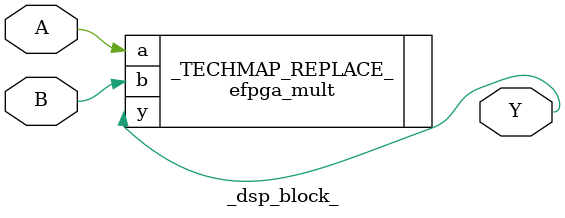
<source format=v>


module _dsp_block_
	(
	A, B, Y
	);

	parameter A_SIGNED = 0;
	parameter B_SIGNED = 0;
	parameter A_WIDTH = 1;
	parameter B_WIDTH = 1;
	parameter Y_WIDTH = 1;

	(* force_downto *)
	input [A_WIDTH-1:0] A;
	(* force_downto *)
	input [B_WIDTH-1:0] B;
	(* force_downto *)
	output [Y_WIDTH-1:0] Y;

	efpga_mult 
	_TECHMAP_REPLACE_ (
		.a(A),
		.b(B),
		.y(Y)
	);


endmodule // tech_multiplier

</source>
